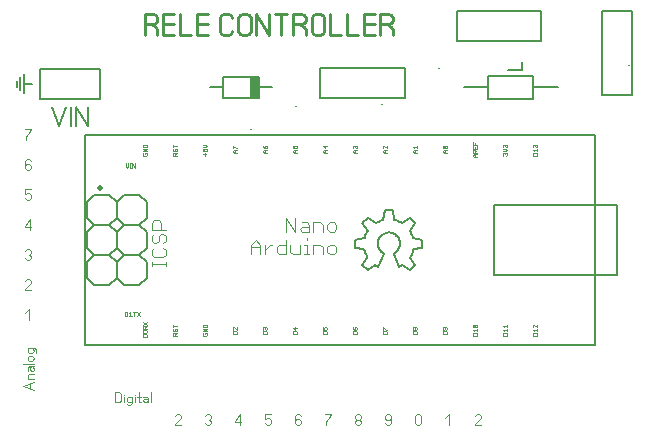
<source format=gbr>
%FSLAX34Y34*%
%MOMM*%
%LNSILK_TOP*%
G71*
G01*
%ADD10C,0.127*%
%ADD11C,0.102*%
%ADD12C,0.050*%
%ADD13C,0.200*%
%ADD14C,0.203*%
%ADD15C,0.500*%
%ADD16C,0.150*%
%ADD17C,0.100*%
%ADD18C,0.206*%
%ADD19C,0.167*%
%ADD20C,0.144*%
%ADD21C,0.222*%
%ADD22C,0.111*%
%LPD*%
G54D10*
X354364Y45760D02*
X-77436Y45760D01*
X-77436Y223560D01*
X354364Y223560D01*
X354364Y45760D01*
G54D10*
X372906Y164378D02*
X268766Y164378D01*
X268766Y104688D01*
X372906Y104688D01*
X372906Y164378D01*
G54D11*
X-13517Y143286D02*
X-13517Y149133D01*
X-15465Y151081D01*
X-19364Y151081D01*
X-21312Y149133D01*
X-21312Y143286D01*
X-9618Y143286D01*
G54D11*
X-19364Y139387D02*
X-21312Y137439D01*
X-21312Y133540D01*
X-19364Y131592D01*
X-17413Y131592D01*
X-15465Y133540D01*
X-15465Y137439D01*
X-13517Y139387D01*
X-11566Y139387D01*
X-9618Y137439D01*
X-9618Y133540D01*
X-11566Y131592D01*
G54D11*
X-11566Y127693D02*
X-9618Y125744D01*
X-9618Y121845D01*
X-11566Y119898D01*
X-19364Y119898D01*
X-21312Y121845D01*
X-21312Y125744D01*
X-19364Y127693D01*
G54D11*
X-21312Y116001D02*
X-21312Y112102D01*
G54D11*
X-21312Y114050D02*
X-9618Y114050D01*
G54D11*
X-9618Y112102D02*
X-9618Y116001D01*
G54D11*
X62960Y128315D02*
X70758Y128315D01*
G54D11*
X62960Y122468D02*
X62960Y130263D01*
X66859Y134162D01*
X70758Y130263D01*
X70758Y122468D01*
G54D11*
X74654Y122468D02*
X74654Y130263D01*
G54D11*
X74654Y126367D02*
X78553Y130263D01*
X80501Y130263D01*
G54D11*
X92195Y130263D02*
X86348Y130263D01*
X84400Y128315D01*
X84400Y124416D01*
X86348Y122468D01*
X92195Y122468D01*
X92195Y134162D01*
G54D11*
X96094Y130263D02*
X96094Y124416D01*
X98042Y122468D01*
X103889Y122468D01*
X103889Y130263D01*
G54D11*
X107788Y130263D02*
X109737Y130263D01*
X109737Y122468D01*
G54D11*
X107788Y122468D02*
X111685Y122468D01*
G54D11*
X115584Y122468D02*
X115584Y130263D01*
X121431Y130263D01*
X123379Y128315D01*
X123379Y122468D01*
G54D11*
X127278Y128315D02*
X127278Y124416D01*
X129226Y122468D01*
X133125Y122468D01*
X135073Y124416D01*
X135073Y128315D01*
X133125Y130263D01*
X129226Y130263D01*
X127278Y128315D01*
G54D11*
X133125Y141518D02*
X129226Y141518D01*
X127278Y143466D01*
X127278Y147365D01*
X129226Y149313D01*
X133125Y149313D01*
X135073Y147365D01*
X135073Y143466D01*
X133125Y141518D01*
G54D11*
X123379Y141518D02*
X123379Y147365D01*
X121431Y149313D01*
X115584Y149313D01*
X115584Y141518D01*
G54D11*
X111685Y145417D02*
X105838Y145417D01*
X103889Y143466D01*
X105838Y141518D01*
X111685Y141518D01*
X111685Y147365D01*
X109737Y149313D01*
X105838Y149313D01*
G54D11*
X99993Y153212D02*
X99993Y141518D01*
X92195Y153212D01*
X92195Y141518D01*
G54D11*
X109737Y136110D02*
X109737Y134162D01*
G54D12*
X-44289Y70017D02*
X-44289Y73576D01*
X-42508Y73576D01*
X-41917Y72984D01*
X-41916Y70611D01*
X-42508Y70017D01*
X-44289Y70017D01*
G54D12*
X-40781Y72389D02*
X-39595Y73576D01*
X-39595Y70017D01*
G54D12*
X-40781Y70017D02*
X-38409Y70017D01*
G54D12*
X-36087Y70017D02*
X-36087Y73576D01*
G54D12*
X-37274Y73576D02*
X-34901Y73576D01*
G54D12*
X-33763Y73576D02*
X-31391Y70017D01*
G54D12*
X-33763Y70017D02*
X-31391Y73576D01*
G54D12*
X-29052Y65135D02*
X-25493Y62763D01*
G54D12*
X-25493Y61625D02*
X-26679Y60439D01*
G54D12*
X-25493Y59252D02*
X-29052Y59252D01*
X-29052Y61033D01*
X-28460Y61625D01*
X-27274Y61625D01*
X-26679Y61033D01*
X-26679Y59253D01*
G54D12*
X-29052Y62763D02*
X-25493Y65135D01*
G54D12*
X-25493Y57525D02*
X-26087Y58117D01*
X-28460Y58117D01*
X-29052Y57525D01*
X-29052Y56339D01*
X-28460Y55745D01*
X-26087Y55745D01*
X-25493Y56339D01*
X-25493Y57525D01*
G54D12*
X-25493Y54017D02*
X-26087Y54609D01*
X-28460Y54609D01*
X-29052Y54018D01*
X-29052Y52237D01*
X-25493Y52237D01*
X-25493Y54017D01*
G54D12*
X-93Y53507D02*
X-3652Y53507D01*
X-3652Y55287D01*
X-3060Y55879D01*
X-1874Y55879D01*
X-1279Y55288D01*
X-1279Y53507D01*
G54D12*
X-3060Y59387D02*
X-3652Y58795D01*
X-3652Y57609D01*
X-3060Y57015D01*
X-2465Y57015D01*
X-1874Y57609D01*
X-1874Y58795D01*
X-1279Y59387D01*
X-687Y59387D01*
X-93Y58795D01*
X-93Y57609D01*
X-687Y57015D01*
G54D12*
X-93Y55879D02*
X-1279Y54693D01*
G54D12*
X-3652Y60522D02*
X-3652Y62895D01*
G54D12*
X-3652Y61709D02*
X-93Y61708D01*
G54D12*
X22340Y62895D02*
X21748Y62303D01*
X21748Y60523D01*
X25307Y60522D01*
X25307Y62303D01*
X24713Y62895D01*
X22340Y62895D01*
G54D12*
X21748Y59387D02*
X25307Y59387D01*
X21748Y57015D01*
X25307Y57015D01*
G54D12*
X22340Y55879D02*
X21748Y55288D01*
X21748Y54101D01*
X22340Y53507D01*
X24713Y53507D01*
X25307Y54101D01*
X25307Y55288D01*
X24713Y55879D01*
X23526Y55879D01*
X23526Y54693D01*
G54D12*
X50707Y54777D02*
X47148Y54777D01*
X47148Y56557D01*
X47740Y57149D01*
X50113Y57149D01*
X50707Y56558D01*
X50707Y54777D01*
G54D12*
X47740Y58285D02*
X47148Y58879D01*
X47148Y60065D01*
X47740Y60657D01*
X48335Y60657D01*
X50707Y58285D01*
X50707Y60657D01*
G54D12*
X73140Y58285D02*
X72548Y58879D01*
X72548Y60065D01*
X73140Y60657D01*
X73735Y60657D01*
X74326Y60065D01*
X74921Y60657D01*
X75513Y60657D01*
X76107Y60065D01*
X76107Y58879D01*
X75513Y58285D01*
G54D12*
X76107Y56557D02*
X75512Y57149D01*
X73140Y57149D01*
X72548Y56557D01*
X72548Y54777D01*
X76107Y54777D01*
X76107Y56557D01*
G54D12*
X74326Y59471D02*
X74326Y60065D01*
G54D12*
X98540Y57149D02*
X97948Y56557D01*
X97948Y54777D01*
X101507Y54777D01*
X101507Y56557D01*
X100913Y57149D01*
X98540Y57149D01*
G54D12*
X101507Y60065D02*
X97948Y60065D01*
X99726Y58285D01*
X99726Y60657D01*
G54D12*
X123348Y60657D02*
X123348Y58285D01*
X125126Y58285D01*
X124535Y59471D01*
X124535Y60065D01*
X125126Y60657D01*
X126313Y60657D01*
X126907Y60065D01*
X126907Y58879D01*
X126313Y58285D01*
G54D12*
X126907Y56558D02*
X126313Y57149D01*
X123940Y57149D01*
X123348Y56558D01*
X123348Y54777D01*
X126907Y54777D01*
X126907Y56558D01*
G54D12*
X149340Y57149D02*
X148748Y56558D01*
X148748Y54777D01*
X152307Y54777D01*
X152307Y56558D01*
X151713Y57149D01*
X149340Y57149D01*
G54D12*
X151713Y58285D02*
X150526Y58285D01*
X150526Y60065D01*
X151121Y60657D01*
X151713Y60657D01*
X152307Y60065D01*
X152307Y58879D01*
X151713Y58285D01*
G54D12*
X150526Y58285D02*
X149340Y59471D01*
X148748Y60657D01*
G54D12*
X177707Y58285D02*
X177113Y58285D01*
X174740Y60657D01*
X174148Y60657D01*
X174148Y58285D01*
G54D12*
X177113Y57149D02*
X174740Y57149D01*
X174148Y56557D01*
X174148Y54777D01*
X177707Y54777D01*
X177707Y56558D01*
X177113Y57149D01*
G54D12*
X201326Y60065D02*
X200735Y60657D01*
X200140Y60657D01*
X199548Y60065D01*
X199548Y58879D01*
X200140Y58285D01*
X200735Y58285D01*
X201326Y58879D01*
X201326Y60065D01*
X201921Y60657D01*
X202513Y60657D01*
X203107Y60065D01*
X203107Y58879D01*
X202513Y58285D01*
X201921Y58285D01*
X201326Y58879D01*
G54D12*
X202513Y57149D02*
X200140Y57149D01*
X199548Y56557D01*
X199548Y54777D01*
X203107Y54777D01*
X203107Y56557D01*
X202513Y57149D01*
G54D12*
X225540Y57149D02*
X224948Y56557D01*
X224948Y54777D01*
X228507Y54777D01*
X228507Y56557D01*
X227913Y57149D01*
X225540Y57149D01*
G54D12*
X227913Y58285D02*
X228507Y58879D01*
X228507Y60065D01*
X227913Y60657D01*
X225540Y60657D01*
X224948Y60065D01*
X224948Y58879D01*
X225540Y58285D01*
X226135Y58285D01*
X226726Y58879D01*
X226726Y60657D01*
G54D12*
X251535Y57015D02*
X250348Y58201D01*
X253907Y58201D01*
G54D12*
X253907Y57015D02*
X253907Y59387D01*
G54D12*
X253907Y61117D02*
X253313Y60522D01*
X250940Y62895D01*
X253313Y62895D01*
X253907Y62303D01*
X253907Y61117D01*
G54D12*
X253313Y60522D02*
X250940Y60522D01*
X250348Y61117D01*
X250348Y62303D01*
X250940Y62895D01*
G54D12*
X253313Y55879D02*
X250940Y55879D01*
X250348Y55287D01*
X250348Y53507D01*
X253907Y53507D01*
X253907Y55288D01*
X253313Y55879D01*
G54D12*
X276340Y55879D02*
X275748Y55288D01*
X275748Y53507D01*
X279307Y53507D01*
X279307Y55288D01*
X278713Y55879D01*
X276340Y55879D01*
G54D12*
X276935Y57015D02*
X275748Y58201D01*
X279307Y58201D01*
G54D12*
X279307Y57015D02*
X279307Y59387D01*
G54D12*
X279307Y60522D02*
X279307Y62895D01*
G54D12*
X279307Y61708D02*
X275748Y61708D01*
X276935Y60522D01*
G54D12*
X304707Y62895D02*
X304707Y60522D01*
X302335Y62895D01*
X301740Y62895D01*
X301148Y62303D01*
X301148Y61117D01*
X301740Y60522D01*
G54D12*
X304707Y59387D02*
X304707Y57015D01*
G54D12*
X304707Y58201D02*
X301148Y58201D01*
X302335Y57015D01*
G54D12*
X304113Y55879D02*
X301740Y55879D01*
X301148Y55287D01*
X301148Y53507D01*
X304707Y53507D01*
X304707Y55288D01*
X304113Y55879D01*
G54D12*
X304707Y205907D02*
X301148Y205907D01*
X301148Y207688D01*
X301740Y208279D01*
X304113Y208279D01*
X304707Y207688D01*
X304707Y205907D01*
G54D12*
X302335Y209415D02*
X301148Y210601D01*
X304707Y210601D01*
G54D12*
X304707Y209415D02*
X304707Y211787D01*
G54D12*
X304113Y212922D02*
X304707Y213517D01*
X304707Y214703D01*
X304113Y215295D01*
X303521Y215295D01*
X302926Y214703D01*
X302927Y214108D01*
G54D12*
X302926Y214703D02*
X302334Y215295D01*
X301740Y215295D01*
X301148Y214703D01*
X301148Y213517D01*
X301740Y212922D01*
G54D12*
X277526Y214108D02*
X277526Y214703D01*
X278121Y215295D01*
X278713Y215295D01*
X279307Y214703D01*
X279307Y213517D01*
X278713Y212922D01*
G54D12*
X277526Y214703D02*
X276935Y215295D01*
X276340Y215295D01*
X275748Y214703D01*
X275748Y213517D01*
X276340Y212922D01*
G54D12*
X275748Y211787D02*
X278121Y211787D01*
X279307Y210601D01*
X278121Y209415D01*
X275748Y209415D01*
G54D12*
X276340Y205907D02*
X275748Y206501D01*
X275748Y207688D01*
X276340Y208279D01*
X276935Y208279D01*
X277527Y207688D01*
X278121Y208279D01*
X278713Y208279D01*
X279307Y207688D01*
X279307Y206501D01*
X278713Y205907D01*
G54D12*
X277526Y207093D02*
X277527Y207688D01*
G54D12*
X253907Y207009D02*
X251535Y207009D01*
X250348Y205823D01*
X251535Y204637D01*
X253907Y204637D01*
G54D12*
X252126Y204637D02*
X252126Y207009D01*
G54D12*
X252721Y208145D02*
X252721Y209925D01*
X252126Y210517D01*
X250940Y210517D01*
X250348Y209925D01*
X250348Y208145D01*
X253907Y208145D01*
G54D12*
X252721Y209331D02*
X253907Y210517D01*
G54D12*
X250348Y214025D02*
X250348Y211652D01*
X253907Y211652D01*
X253907Y214025D01*
G54D12*
X253907Y215163D02*
X250348Y215163D01*
X250348Y217535D01*
G54D12*
X252126Y216349D02*
X252126Y215163D01*
G54D12*
X252126Y211652D02*
X252126Y212838D01*
G54D12*
X228507Y213735D02*
X228507Y212549D01*
X227913Y211955D01*
X225540Y214327D01*
X227913Y214327D01*
X228507Y213735D01*
G54D12*
X227913Y211955D02*
X225540Y211955D01*
X224948Y212549D01*
X224948Y213735D01*
X225540Y214327D01*
G54D12*
X228507Y208447D02*
X226134Y208447D01*
X224948Y209633D01*
X226135Y210819D01*
X228507Y210819D01*
G54D12*
X226726Y210819D02*
X226726Y208447D01*
G54D12*
X203107Y208447D02*
X200735Y208447D01*
X199548Y209633D01*
X200735Y210819D01*
X203107Y210819D01*
G54D12*
X203107Y211955D02*
X203107Y214327D01*
G54D12*
X203107Y213141D02*
X199548Y213141D01*
X200735Y211955D01*
G54D12*
X201326Y210819D02*
X201326Y208447D01*
G54D12*
X177707Y208447D02*
X175335Y208447D01*
X174148Y209633D01*
X175335Y210819D01*
X177707Y210819D01*
G54D12*
X177707Y214327D02*
X177707Y211955D01*
X175335Y214327D01*
X174740Y214327D01*
X174148Y213735D01*
X174148Y212549D01*
X174740Y211955D01*
G54D12*
X175926Y210819D02*
X175926Y208447D01*
G54D12*
X149340Y211955D02*
X148748Y212549D01*
X148748Y213735D01*
X149340Y214327D01*
X149935Y214327D01*
X150526Y213735D01*
X151121Y214327D01*
X151713Y214327D01*
X152307Y213735D01*
X152307Y212549D01*
X151713Y211955D01*
G54D12*
X152307Y210819D02*
X149935Y210819D01*
X148748Y209633D01*
X149935Y208447D01*
X152307Y208447D01*
G54D12*
X150526Y208447D02*
X150526Y210819D01*
G54D12*
X150526Y213735D02*
X150526Y213141D01*
G54D12*
X126907Y213735D02*
X123348Y213735D01*
X125126Y211955D01*
X125126Y214327D01*
G54D12*
X125126Y210819D02*
X125126Y208447D01*
G54D12*
X126907Y208447D02*
X124535Y208447D01*
X123348Y209633D01*
X124535Y210819D01*
X126907Y210819D01*
G54D12*
X101507Y208447D02*
X99135Y208447D01*
X97948Y209633D01*
X99134Y210819D01*
X101507Y210819D01*
G54D12*
X100913Y211955D02*
X101507Y212549D01*
X101507Y213735D01*
X100913Y214327D01*
X99726Y214327D01*
X99135Y213735D01*
X99135Y213141D01*
X99726Y211955D01*
X97948Y211955D01*
X97948Y214327D01*
G54D12*
X99726Y210819D02*
X99726Y208447D01*
G54D12*
X76107Y208447D02*
X73735Y208447D01*
X72548Y209633D01*
X73735Y210819D01*
X76107Y210819D01*
G54D12*
X72548Y214327D02*
X73140Y213141D01*
X74326Y211955D01*
X75513Y211955D01*
X76107Y212549D01*
X76107Y213735D01*
X75513Y214327D01*
X74921Y214327D01*
X74326Y213735D01*
X74326Y211955D01*
G54D12*
X74326Y210819D02*
X74326Y208447D01*
G54D12*
X50707Y208447D02*
X48335Y208447D01*
X47148Y209633D01*
X48335Y210819D01*
X50707Y210819D01*
G54D12*
X50707Y211955D02*
X50113Y211955D01*
X47740Y214327D01*
X47148Y214327D01*
X47148Y211955D01*
G54D12*
X48926Y210819D02*
X48926Y208447D01*
G54D12*
X21748Y211787D02*
X21748Y209415D01*
X23526Y209415D01*
X22935Y210601D01*
X22935Y211195D01*
X23526Y211787D01*
X24713Y211787D01*
X25307Y211195D01*
X25307Y210009D01*
X24713Y209415D01*
G54D12*
X21748Y212922D02*
X24121Y212922D01*
X25307Y214108D01*
X24121Y215295D01*
X21748Y215295D01*
G54D12*
X23526Y208279D02*
X23526Y205907D01*
G54D12*
X22340Y207093D02*
X24713Y207093D01*
G54D12*
X-93Y208279D02*
X-1279Y207093D01*
G54D12*
X-93Y205907D02*
X-3652Y205907D01*
X-3652Y207687D01*
X-3060Y208279D01*
X-1874Y208279D01*
X-1279Y207687D01*
X-1279Y205907D01*
G54D12*
X-687Y209415D02*
X-93Y210009D01*
X-93Y211195D01*
X-687Y211787D01*
X-1279Y211787D01*
X-1874Y211195D01*
X-1874Y210009D01*
X-2465Y209415D01*
X-3060Y209415D01*
X-3652Y210009D01*
X-3652Y211195D01*
X-3060Y211787D01*
G54D12*
X-3652Y212922D02*
X-3652Y215295D01*
G54D12*
X-3652Y214108D02*
X-93Y214108D01*
G54D12*
X-25493Y212922D02*
X-25493Y214703D01*
X-26087Y215295D01*
X-28460Y215295D01*
X-29052Y214703D01*
X-29052Y212922D01*
X-25493Y212922D01*
G54D12*
X-25493Y209415D02*
X-29052Y209415D01*
X-25493Y211787D01*
X-29052Y211787D01*
G54D12*
X-28460Y208279D02*
X-29052Y207687D01*
X-29052Y206501D01*
X-28460Y205907D01*
X-26087Y205907D01*
X-25493Y206501D01*
X-25493Y207687D01*
X-26087Y208279D01*
X-27274Y208279D01*
X-27274Y207093D01*
G54D12*
X-35264Y199306D02*
X-35264Y195747D01*
X-37637Y199306D01*
X-37637Y195747D01*
G54D12*
X-38790Y195747D02*
X-39976Y195747D01*
G54D12*
X-39382Y195747D02*
X-39382Y199305D01*
G54D12*
X-38790Y199305D02*
X-39976Y199306D01*
G54D12*
X-41112Y199305D02*
X-41112Y196933D01*
X-42298Y195747D01*
X-43484Y196933D01*
X-43484Y199305D01*
G54D13*
X-38320Y147106D02*
X-31920Y147106D01*
X-25620Y153406D01*
X-25620Y166206D01*
X-31920Y172506D01*
X-44720Y172506D01*
X-51020Y166206D01*
X-51020Y153406D01*
X-44720Y147106D01*
X-38320Y147106D01*
G54D13*
X-63720Y147106D02*
X-57320Y147106D01*
X-51020Y153406D01*
X-51020Y166206D01*
X-57320Y172506D01*
X-70120Y172506D01*
X-76420Y166206D01*
X-76420Y153406D01*
X-70120Y147106D01*
X-63720Y147106D01*
G54D13*
X-38320Y121706D02*
X-31920Y121706D01*
X-25620Y128006D01*
X-25620Y140806D01*
X-31920Y147106D01*
X-44720Y147106D01*
X-51020Y140806D01*
X-51020Y128006D01*
X-44720Y121706D01*
X-38320Y121706D01*
G54D13*
X-63720Y121706D02*
X-57320Y121706D01*
X-51020Y128006D01*
X-51020Y140806D01*
X-57320Y147106D01*
X-70120Y147106D01*
X-76420Y140806D01*
X-76420Y128006D01*
X-70120Y121706D01*
X-63720Y121706D01*
G54D13*
X-38320Y96306D02*
X-31920Y96306D01*
X-25620Y102606D01*
X-25620Y115406D01*
X-31920Y121706D01*
X-44720Y121706D01*
X-51020Y115406D01*
X-51020Y102606D01*
X-44720Y96306D01*
X-38320Y96306D01*
G54D13*
X-63720Y96306D02*
X-57320Y96306D01*
X-51020Y102606D01*
X-51020Y115406D01*
X-57320Y121706D01*
X-70120Y121706D01*
X-76420Y115406D01*
X-76420Y102606D01*
X-70120Y96306D01*
X-63720Y96306D01*
G54D14*
X183549Y122849D02*
X188375Y111419D01*
X190915Y112943D01*
X197011Y108625D01*
X201837Y113451D01*
X197519Y119547D01*
G54D14*
X200059Y126405D02*
X207679Y127675D01*
X207679Y134279D01*
X200059Y135803D01*
G54D14*
X197265Y142153D02*
X201837Y148757D01*
X197011Y153329D01*
X190407Y148757D01*
G54D14*
X184057Y151297D02*
X182787Y159425D01*
X175929Y159425D01*
X174659Y151297D01*
G54D14*
X168309Y148757D02*
X161705Y153329D01*
X156879Y148757D01*
X161451Y142153D01*
G54D14*
X158657Y135803D02*
X151037Y134279D01*
X151037Y127675D01*
X158657Y126405D01*
G54D14*
X161197Y119547D02*
X157133Y113451D01*
X161705Y108625D01*
X167801Y112943D01*
X170341Y111419D01*
X175421Y122849D01*
G54D14*
X197544Y119547D02*
X198129Y120588D01*
X198662Y121680D01*
X199119Y122824D01*
X199500Y123966D01*
X199830Y125135D01*
X200084Y126329D01*
G54D14*
X200034Y135828D02*
X199653Y137149D01*
X199170Y138444D01*
X198611Y139714D01*
X197976Y140934D01*
X197240Y142128D01*
G54D14*
X183549Y123103D02*
X184387Y123560D01*
X185149Y124094D01*
X185886Y124703D01*
X186546Y125389D01*
X187105Y126125D01*
X187613Y126938D01*
X188045Y127776D01*
X188375Y128665D01*
X188604Y129580D01*
X188756Y130520D01*
X188807Y131460D01*
X188756Y132400D01*
X188629Y133339D01*
X188375Y134253D01*
X188070Y135142D01*
X187638Y136006D01*
X187156Y136794D01*
X186572Y137556D01*
X185911Y138241D01*
X185200Y138851D01*
X184413Y139384D01*
X183600Y139842D01*
X182736Y140222D01*
X181822Y140502D01*
X180908Y140705D01*
X179968Y140807D01*
X179002Y140807D01*
X178063Y140705D01*
X177148Y140502D01*
X176234Y140222D01*
X175370Y139841D01*
X174557Y139384D01*
X173770Y138851D01*
X173059Y138241D01*
X172398Y137556D01*
X171814Y136794D01*
X171332Y136006D01*
X170900Y135142D01*
X170595Y134254D01*
X170341Y133339D01*
X170214Y132400D01*
X170163Y131460D01*
X170214Y130520D01*
X170366Y129580D01*
X170595Y128666D01*
X170925Y127776D01*
X171357Y126938D01*
X171865Y126125D01*
X172424Y125389D01*
X173084Y124703D01*
X173821Y124094D01*
X174583Y123560D01*
X175421Y123103D01*
G54D14*
X161299Y119623D02*
X160587Y120893D01*
X159978Y122214D01*
X159444Y123560D01*
X159013Y124957D01*
X158682Y126380D01*
G54D14*
X168411Y148833D02*
X169554Y149468D01*
X170747Y150052D01*
X171967Y150535D01*
X173211Y150967D01*
X174481Y151297D01*
G54D14*
X161476Y142026D02*
X160791Y140858D01*
X160181Y139638D01*
X159648Y138394D01*
X159190Y137098D01*
X158835Y135803D01*
G54D14*
X184184Y151373D02*
X185505Y151017D01*
X186800Y150586D01*
X188070Y150078D01*
X189315Y149494D01*
X190509Y148808D01*
X-65371Y178475D02*
G54D15*
D03*
G54D16*
X69334Y254859D02*
X69334Y272259D01*
X38934Y272259D01*
X38934Y254859D01*
X69334Y254859D01*
G36*
X69234Y254959D02*
X69234Y271659D01*
X62034Y271659D01*
X62034Y254959D01*
X69234Y254959D01*
G37*
G54D17*
X69234Y254959D02*
X69234Y271659D01*
X62034Y271659D01*
X62034Y254959D01*
X69234Y254959D01*
G54D16*
X80334Y263559D02*
X69234Y263559D01*
G54D16*
X39034Y263559D02*
X27934Y263559D01*
G54D18*
X63134Y228109D02*
X63134Y228109D01*
G54D18*
X101234Y247609D02*
X101234Y247609D01*
G54D13*
X-105866Y247273D02*
X-99866Y231273D01*
X-93866Y247273D01*
G54D13*
X-89466Y231273D02*
X-89466Y247273D01*
G54D13*
X-85066Y231273D02*
X-85066Y247273D01*
X-75466Y231273D01*
X-75466Y247273D01*
G54D16*
X-115662Y253446D02*
X-115662Y278847D01*
X-64862Y278846D01*
X-64862Y253446D01*
X-115662Y253446D01*
G54D13*
X-122995Y266676D02*
X-129346Y266676D01*
G54D13*
X-129346Y258739D02*
X-129345Y274614D01*
G54D13*
X-132520Y272232D02*
X-132520Y261120D01*
G54D13*
X-135695Y264295D02*
X-135695Y269057D01*
G54D16*
X121284Y280150D02*
X121284Y254749D01*
X192884Y254749D01*
X192884Y280150D01*
X121284Y280150D01*
G54D19*
X173940Y249358D02*
X173940Y249358D01*
G54D16*
X263734Y254059D02*
X263734Y273059D01*
X301734Y273059D01*
X301734Y254059D01*
X263734Y254059D01*
G54D16*
X263634Y263559D02*
X243034Y263559D01*
G54D16*
X322434Y263559D02*
X301834Y263559D01*
G54D20*
X280618Y278719D02*
X292174Y278719D01*
X292174Y284785D01*
G54D20*
X221934Y280309D02*
X221934Y280309D01*
G54D16*
X308334Y302851D02*
X308334Y328251D01*
X236734Y328251D01*
X236734Y302851D01*
X308334Y302851D01*
G54D19*
X382679Y282843D02*
X382679Y282843D01*
G54D16*
X385684Y328649D02*
X360284Y328649D01*
X360284Y257049D01*
X385684Y257049D01*
X385684Y328649D01*
G54D21*
X-21813Y316948D02*
X-17813Y314726D01*
X-16479Y312503D01*
X-16479Y308059D01*
G54D21*
X-27146Y308059D02*
X-27146Y325837D01*
X-20479Y325837D01*
X-17813Y324726D01*
X-16479Y322503D01*
X-16479Y320281D01*
X-17813Y318059D01*
X-20479Y316948D01*
X-27146Y316948D01*
G54D21*
X-2257Y308059D02*
X-11590Y308059D01*
X-11590Y325837D01*
X-2257Y325837D01*
G54D21*
X-11590Y316948D02*
X-2257Y316948D01*
G54D21*
X2632Y325837D02*
X2632Y308059D01*
X11965Y308059D01*
G54D21*
X26187Y308059D02*
X16854Y308059D01*
X16854Y325837D01*
X26187Y325837D01*
G54D21*
X16854Y316948D02*
X26187Y316948D01*
G54D21*
X46899Y311392D02*
X45565Y309170D01*
X42899Y308059D01*
X40232Y308059D01*
X37565Y309170D01*
X36232Y311392D01*
X36232Y322503D01*
X37565Y324726D01*
X40232Y325837D01*
X42899Y325837D01*
X45565Y324726D01*
X46899Y322503D01*
G54D21*
X62455Y322503D02*
X62455Y311392D01*
X61121Y309170D01*
X58455Y308059D01*
X55788Y308059D01*
X53121Y309170D01*
X51788Y311392D01*
X51788Y322503D01*
X53121Y324726D01*
X55788Y325837D01*
X58455Y325837D01*
X61121Y324726D01*
X62455Y322503D01*
G54D21*
X67344Y308059D02*
X67344Y325837D01*
X78011Y308059D01*
X78011Y325837D01*
G54D21*
X88233Y308059D02*
X88233Y325837D01*
G54D21*
X82900Y325837D02*
X93567Y325837D01*
G54D21*
X103789Y316948D02*
X107789Y314726D01*
X109123Y312503D01*
X109123Y308059D01*
G54D21*
X98456Y308059D02*
X98456Y325837D01*
X105123Y325837D01*
X107789Y324726D01*
X109123Y322503D01*
X109123Y320281D01*
X107789Y318059D01*
X105123Y316948D01*
X98456Y316948D01*
G54D21*
X124679Y322503D02*
X124679Y311392D01*
X123345Y309170D01*
X120679Y308059D01*
X118012Y308059D01*
X115345Y309170D01*
X114012Y311392D01*
X114012Y322503D01*
X115345Y324726D01*
X118012Y325837D01*
X120679Y325837D01*
X123345Y324726D01*
X124679Y322503D01*
G54D21*
X129568Y325837D02*
X129568Y308059D01*
X138901Y308059D01*
G54D21*
X143790Y325837D02*
X143790Y308059D01*
X153123Y308059D01*
G54D21*
X167345Y308059D02*
X158012Y308059D01*
X158012Y325837D01*
X167345Y325837D01*
G54D21*
X158012Y316948D02*
X167345Y316948D01*
G54D21*
X177567Y316948D02*
X181567Y314726D01*
X182901Y312503D01*
X182901Y308059D01*
G54D21*
X172234Y308059D02*
X172234Y325837D01*
X178901Y325837D01*
X181567Y324726D01*
X182901Y322503D01*
X182901Y320281D01*
X181567Y318059D01*
X178901Y316948D01*
X172234Y316948D01*
G54D22*
X-52546Y-3091D02*
X-52546Y5798D01*
X-49213Y5798D01*
X-47879Y5242D01*
X-47213Y4131D01*
X-47213Y-1424D01*
X-47879Y-2535D01*
X-49213Y-3091D01*
X-52546Y-3091D01*
G54D22*
X-44769Y-3091D02*
X-44769Y1909D01*
G54D22*
X-44769Y3576D02*
X-44769Y3576D01*
G54D22*
X-42325Y-4758D02*
X-40992Y-5313D01*
X-40058Y-5313D01*
X-38725Y-4758D01*
X-38325Y-3647D01*
X-38325Y1909D01*
G54D22*
X-38325Y465D02*
X-38992Y1576D01*
X-40325Y1909D01*
X-41658Y1576D01*
X-42325Y465D01*
X-42325Y-1758D01*
X-41658Y-2869D01*
X-40325Y-3091D01*
X-38992Y-2869D01*
X-38325Y-1758D01*
G54D22*
X-35881Y-3091D02*
X-35881Y1909D01*
G54D22*
X-35881Y3576D02*
X-35881Y3576D01*
G54D22*
X-32104Y5798D02*
X-32104Y-2535D01*
X-31437Y-3091D01*
X-30770Y-2869D01*
G54D22*
X-33437Y1909D02*
X-30770Y1909D01*
G54D22*
X-28326Y1353D02*
X-26993Y1909D01*
X-25393Y1909D01*
X-24326Y798D01*
X-24326Y-3091D01*
G54D22*
X-24326Y-1424D02*
X-24993Y-313D01*
X-26326Y-91D01*
X-27659Y-313D01*
X-28326Y-1424D01*
X-28059Y-2535D01*
X-26993Y-3091D01*
X-26326Y-3091D01*
X-26059Y-3091D01*
X-24993Y-2535D01*
X-24326Y-1424D01*
G54D22*
X-21882Y-3091D02*
X-21882Y5798D01*
G54D22*
X3587Y-22141D02*
X-1746Y-22141D01*
X-1746Y-21585D01*
X-1079Y-20474D01*
X2921Y-17141D01*
X3587Y-16030D01*
X3587Y-14919D01*
X2921Y-13808D01*
X1587Y-13252D01*
X254Y-13252D01*
X-1079Y-13808D01*
X-1746Y-14919D01*
G54D22*
X23654Y-14919D02*
X24321Y-13808D01*
X25654Y-13252D01*
X26987Y-13252D01*
X28321Y-13808D01*
X28987Y-14919D01*
X28987Y-16030D01*
X28321Y-17141D01*
X26987Y-17697D01*
X28321Y-18252D01*
X28987Y-19363D01*
X28987Y-20474D01*
X28321Y-21585D01*
X26987Y-22141D01*
X25654Y-22141D01*
X24321Y-21585D01*
X23654Y-20474D01*
G54D22*
X53054Y-22141D02*
X53054Y-13252D01*
X49054Y-18808D01*
X49054Y-19919D01*
X54387Y-19919D01*
G54D22*
X79787Y-13252D02*
X74454Y-13252D01*
X74454Y-17141D01*
X75121Y-17141D01*
X76454Y-16585D01*
X77787Y-16585D01*
X79121Y-17141D01*
X79787Y-18252D01*
X79787Y-20474D01*
X79121Y-21585D01*
X77787Y-22141D01*
X76454Y-22141D01*
X75121Y-21585D01*
X74454Y-20474D01*
G54D22*
X105187Y-14919D02*
X104521Y-13808D01*
X103187Y-13252D01*
X101854Y-13252D01*
X100521Y-13808D01*
X99854Y-14919D01*
X99854Y-17697D01*
X99854Y-18252D01*
X101854Y-17141D01*
X103187Y-17141D01*
X104521Y-17697D01*
X105187Y-18808D01*
X105187Y-20474D01*
X104521Y-21585D01*
X103187Y-22141D01*
X101854Y-22141D01*
X100521Y-21585D01*
X99854Y-20474D01*
X99854Y-17697D01*
G54D22*
X125254Y-13252D02*
X130587Y-13252D01*
X129921Y-14363D01*
X128587Y-16030D01*
X127254Y-18252D01*
X126587Y-19919D01*
X126587Y-22141D01*
G54D22*
X153987Y-17697D02*
X152654Y-17697D01*
X151321Y-17141D01*
X150654Y-16030D01*
X150654Y-14919D01*
X151321Y-13808D01*
X152654Y-13252D01*
X153987Y-13252D01*
X155321Y-13808D01*
X155987Y-14919D01*
X155987Y-16030D01*
X155321Y-17141D01*
X153987Y-17697D01*
X155321Y-18252D01*
X155987Y-19363D01*
X155987Y-20474D01*
X155321Y-21585D01*
X153987Y-22141D01*
X152654Y-22141D01*
X151321Y-21585D01*
X150654Y-20474D01*
X150654Y-19363D01*
X151321Y-18252D01*
X152654Y-17697D01*
G54D22*
X176054Y-20474D02*
X176721Y-21585D01*
X178054Y-22141D01*
X179387Y-22141D01*
X180721Y-21585D01*
X181387Y-20474D01*
X181387Y-17697D01*
X181387Y-17141D01*
X179387Y-18252D01*
X178054Y-18252D01*
X176721Y-17697D01*
X176054Y-16585D01*
X176054Y-14919D01*
X176721Y-13808D01*
X178054Y-13252D01*
X179387Y-13252D01*
X180721Y-13808D01*
X181387Y-14919D01*
X181387Y-17697D01*
G54D22*
X206787Y-14919D02*
X206787Y-20474D01*
X206121Y-21585D01*
X204787Y-22141D01*
X203454Y-22141D01*
X202121Y-21585D01*
X201454Y-20474D01*
X201454Y-14919D01*
X202121Y-13808D01*
X203454Y-13252D01*
X204787Y-13252D01*
X206121Y-13808D01*
X206787Y-14919D01*
G54D22*
X226854Y-16585D02*
X230187Y-13252D01*
X230187Y-22141D01*
G54D22*
X257587Y-22141D02*
X252254Y-22141D01*
X252254Y-21585D01*
X252921Y-20474D01*
X256921Y-17141D01*
X257587Y-16030D01*
X257587Y-14919D01*
X256921Y-13808D01*
X255587Y-13252D01*
X254254Y-13252D01*
X252921Y-13808D01*
X252254Y-14919D01*
G54D22*
X-121320Y7784D02*
X-130209Y11118D01*
X-121320Y14451D01*
G54D22*
X-124654Y9118D02*
X-124654Y13118D01*
G54D22*
X-121320Y16895D02*
X-126320Y16895D01*
G54D22*
X-125209Y16895D02*
X-125987Y17562D01*
X-126320Y18895D01*
X-125987Y20229D01*
X-125209Y20895D01*
X-121320Y20895D01*
G54D22*
X-125765Y23339D02*
X-126320Y24673D01*
X-126320Y26273D01*
X-125209Y27339D01*
X-121320Y27339D01*
G54D22*
X-122987Y27339D02*
X-124098Y26673D01*
X-124320Y25339D01*
X-124098Y24006D01*
X-122987Y23339D01*
X-121876Y23606D01*
X-121320Y24673D01*
X-121320Y25339D01*
X-121320Y25606D01*
X-121876Y26673D01*
X-122987Y27339D01*
G54D22*
X-121320Y29783D02*
X-130209Y29783D01*
G54D22*
X-122654Y36227D02*
X-124876Y36227D01*
X-125987Y35561D01*
X-126320Y34227D01*
X-125987Y32894D01*
X-124876Y32227D01*
X-122654Y32227D01*
X-121543Y32894D01*
X-121320Y34227D01*
X-121543Y35561D01*
X-122654Y36227D01*
G54D22*
X-119654Y38671D02*
X-119098Y40005D01*
X-119098Y40938D01*
X-119654Y42271D01*
X-120765Y42671D01*
X-126320Y42671D01*
G54D22*
X-124876Y42671D02*
X-125987Y42005D01*
X-126320Y40671D01*
X-125987Y39338D01*
X-124876Y38671D01*
X-122654Y38671D01*
X-121543Y39338D01*
X-121320Y40671D01*
X-121543Y42005D01*
X-122654Y42671D01*
G54D22*
X-128746Y228048D02*
X-123413Y228048D01*
X-124079Y226937D01*
X-125413Y225270D01*
X-126746Y223048D01*
X-127413Y221381D01*
X-127413Y219159D01*
G54D22*
X-123413Y200981D02*
X-124079Y202092D01*
X-125413Y202648D01*
X-126746Y202648D01*
X-128079Y202092D01*
X-128746Y200981D01*
X-128746Y198203D01*
X-128746Y197648D01*
X-126746Y198759D01*
X-125413Y198759D01*
X-124079Y198203D01*
X-123413Y197092D01*
X-123413Y195426D01*
X-124079Y194315D01*
X-125413Y193759D01*
X-126746Y193759D01*
X-128079Y194315D01*
X-128746Y195426D01*
X-128746Y198203D01*
G54D22*
X-123413Y177248D02*
X-128746Y177248D01*
X-128746Y173359D01*
X-128079Y173359D01*
X-126746Y173915D01*
X-125413Y173915D01*
X-124079Y173359D01*
X-123413Y172248D01*
X-123413Y170026D01*
X-124079Y168915D01*
X-125413Y168359D01*
X-126746Y168359D01*
X-128079Y168915D01*
X-128746Y170026D01*
G54D22*
X-124746Y142959D02*
X-124746Y151848D01*
X-128746Y146292D01*
X-128746Y145181D01*
X-123413Y145181D01*
G54D22*
X-128746Y124781D02*
X-128079Y125892D01*
X-126746Y126448D01*
X-125413Y126448D01*
X-124079Y125892D01*
X-123413Y124781D01*
X-123413Y123670D01*
X-124079Y122559D01*
X-125413Y122003D01*
X-124079Y121448D01*
X-123413Y120337D01*
X-123413Y119226D01*
X-124079Y118115D01*
X-125413Y117559D01*
X-126746Y117559D01*
X-128079Y118115D01*
X-128746Y119226D01*
G54D22*
X-123413Y92159D02*
X-128746Y92159D01*
X-128746Y92715D01*
X-128079Y93826D01*
X-124079Y97159D01*
X-123413Y98270D01*
X-123413Y99381D01*
X-124079Y100492D01*
X-125413Y101048D01*
X-126746Y101048D01*
X-128079Y100492D01*
X-128746Y99381D01*
G54D22*
X-128746Y72315D02*
X-125413Y75648D01*
X-125413Y66759D01*
M02*

</source>
